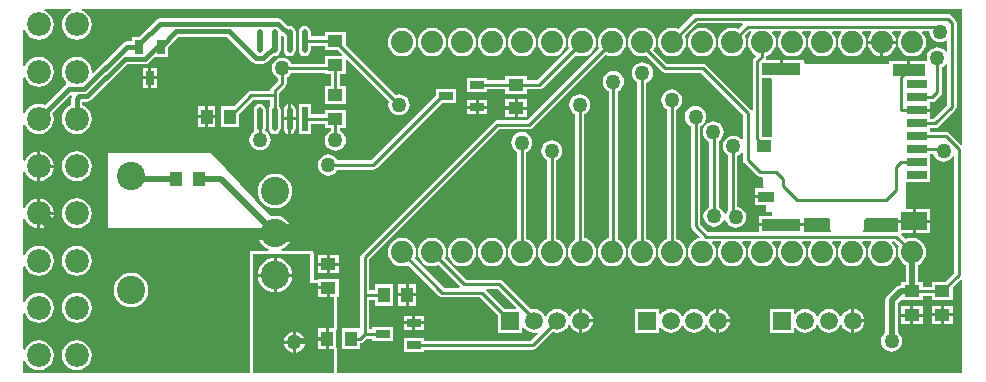
<source format=gbl>
G04*
G04 #@! TF.GenerationSoftware,Altium Limited,Altium Designer,18.1.7 (191)*
G04*
G04 Layer_Physical_Order=2*
G04 Layer_Color=16711680*
%FSLAX25Y25*%
%MOIN*%
G70*
G01*
G75*
%ADD10C,0.01000*%
%ADD31R,0.05118X0.03937*%
%ADD34R,0.02559X0.04724*%
%ADD35R,0.02000X0.08000*%
%ADD36O,0.02000X0.08000*%
%ADD37R,0.03937X0.05118*%
%ADD39C,0.03937*%
%ADD40C,0.02000*%
%ADD41C,0.01500*%
%ADD42C,0.07400*%
%ADD43C,0.07950*%
%ADD44R,0.05906X0.05906*%
%ADD45C,0.05906*%
%ADD46C,0.09449*%
%ADD47C,0.05000*%
%ADD48R,0.04724X0.02559*%
%ADD49R,0.13110X0.03937*%
%ADD50R,0.11024X0.04173*%
%ADD51R,0.08780X0.06063*%
%ADD52R,0.04646X0.04134*%
%ADD53R,0.05630X0.03543*%
%ADD54R,0.06693X0.02756*%
%ADD55C,0.05906*%
G36*
X314173Y-46255D02*
X313673Y-46462D01*
X309732Y-42521D01*
X309236Y-42189D01*
X308651Y-42073D01*
X303323D01*
Y-40801D01*
X305118D01*
X305703Y-40685D01*
X306200Y-40353D01*
X311774Y-34778D01*
X312106Y-34282D01*
X312222Y-33697D01*
Y-5824D01*
X312106Y-5238D01*
X311774Y-4742D01*
X310281Y-3249D01*
X309785Y-2918D01*
X309200Y-2801D01*
X225197D01*
X224612Y-2918D01*
X224115Y-3249D01*
X219391Y-7974D01*
X218550Y-7626D01*
X217323Y-7464D01*
X216096Y-7626D01*
X214953Y-8099D01*
X213971Y-8853D01*
X213217Y-9834D01*
X212744Y-10978D01*
X212582Y-12205D01*
X212744Y-13432D01*
X213217Y-14575D01*
X213971Y-15557D01*
X214953Y-16310D01*
X216096Y-16784D01*
X217323Y-16945D01*
X218550Y-16784D01*
X219693Y-16310D01*
X220675Y-15557D01*
X221428Y-14575D01*
X221902Y-13432D01*
X222063Y-12205D01*
X221902Y-10978D01*
X221554Y-10137D01*
X225830Y-5860D01*
X240797D01*
X241005Y-6360D01*
X239391Y-7974D01*
X238550Y-7626D01*
X237323Y-7464D01*
X236096Y-7626D01*
X234953Y-8099D01*
X233971Y-8853D01*
X233217Y-9834D01*
X232744Y-10978D01*
X232582Y-12205D01*
X232744Y-13432D01*
X233217Y-14575D01*
X233971Y-15557D01*
X234953Y-16310D01*
X236096Y-16784D01*
X237323Y-16945D01*
X238550Y-16784D01*
X239693Y-16310D01*
X240675Y-15557D01*
X241428Y-14575D01*
X241902Y-13432D01*
X242063Y-12205D01*
X241902Y-10978D01*
X241554Y-10137D01*
X243137Y-8553D01*
X243629Y-8600D01*
X243831Y-9034D01*
X243217Y-9834D01*
X242744Y-10978D01*
X242582Y-12205D01*
X242744Y-13432D01*
X243217Y-14575D01*
X243971Y-15557D01*
X244953Y-16310D01*
X245166Y-16399D01*
X245264Y-16889D01*
X244702Y-17451D01*
X244370Y-17947D01*
X244254Y-18532D01*
Y-34821D01*
X243754Y-34973D01*
X243604Y-34749D01*
X228641Y-19785D01*
X228144Y-19453D01*
X227559Y-19337D01*
X215594D01*
X211170Y-14912D01*
X211428Y-14575D01*
X211902Y-13432D01*
X212063Y-12205D01*
X211902Y-10978D01*
X211428Y-9834D01*
X210675Y-8853D01*
X209693Y-8099D01*
X208550Y-7626D01*
X207323Y-7464D01*
X206096Y-7626D01*
X204953Y-8099D01*
X203971Y-8853D01*
X203217Y-9834D01*
X202744Y-10978D01*
X202582Y-12205D01*
X202744Y-13432D01*
X203217Y-14575D01*
X203971Y-15557D01*
X204953Y-16310D01*
X206096Y-16784D01*
X207323Y-16945D01*
X208550Y-16784D01*
X208667Y-16735D01*
X213879Y-21948D01*
X214375Y-22279D01*
X214961Y-22396D01*
X226926D01*
X240993Y-36463D01*
Y-44448D01*
X240493Y-44617D01*
X240292Y-44354D01*
X239560Y-43793D01*
X238709Y-43440D01*
X237795Y-43320D01*
X236882Y-43440D01*
X236030Y-43793D01*
X235299Y-44354D01*
X234738Y-45085D01*
X234385Y-45937D01*
X234265Y-46850D01*
X234385Y-47764D01*
X234738Y-48616D01*
X235299Y-49347D01*
X236024Y-49903D01*
Y-68057D01*
X235525Y-68707D01*
X235269Y-69327D01*
X234821Y-69296D01*
X234751Y-69270D01*
X234407Y-68440D01*
X233846Y-67709D01*
X233115Y-67148D01*
X232879Y-67050D01*
Y-45174D01*
X233599Y-44622D01*
X234160Y-43891D01*
X234512Y-43040D01*
X234633Y-42126D01*
X234512Y-41212D01*
X234160Y-40361D01*
X233599Y-39630D01*
X232868Y-39069D01*
X232016Y-38716D01*
X231102Y-38596D01*
X230189Y-38716D01*
X229337Y-39069D01*
X228606Y-39630D01*
X228045Y-40361D01*
X227693Y-41212D01*
X227572Y-42126D01*
X227693Y-43040D01*
X228045Y-43891D01*
X228606Y-44622D01*
X229337Y-45183D01*
X229820Y-45383D01*
Y-67050D01*
X229585Y-67148D01*
X228854Y-67709D01*
X228293Y-68440D01*
X227940Y-69291D01*
X227820Y-70205D01*
X227940Y-71119D01*
X228293Y-71970D01*
X228854Y-72701D01*
X229585Y-73262D01*
X230436Y-73615D01*
X231350Y-73735D01*
X232263Y-73615D01*
X233115Y-73262D01*
X233846Y-72701D01*
X234407Y-71970D01*
X234664Y-71351D01*
X235111Y-71382D01*
X235181Y-71407D01*
X235525Y-72237D01*
X236087Y-72969D01*
X236818Y-73530D01*
X237669Y-73882D01*
X238583Y-74003D01*
X239496Y-73882D01*
X240348Y-73530D01*
X241079Y-72969D01*
X241640Y-72237D01*
X241993Y-71386D01*
X242113Y-70472D01*
X241993Y-69559D01*
X241640Y-68707D01*
X241079Y-67976D01*
X240348Y-67415D01*
X239496Y-67062D01*
X239083Y-67008D01*
Y-50105D01*
X239560Y-49908D01*
X240292Y-49347D01*
X240493Y-49083D01*
X240993Y-49253D01*
Y-51396D01*
X241110Y-51982D01*
X241441Y-52478D01*
X245581Y-56617D01*
X246077Y-56949D01*
X246662Y-57065D01*
X247470D01*
X247794Y-57565D01*
X247760Y-57736D01*
Y-59902D01*
X247838Y-60292D01*
X247890Y-60370D01*
X247623Y-60870D01*
X244905D01*
Y-63142D01*
X248721D01*
Y-64142D01*
X244905D01*
Y-66413D01*
X248366D01*
X248547Y-66634D01*
Y-67835D01*
X248625Y-68225D01*
X248846Y-68556D01*
X249177Y-68777D01*
X249567Y-68854D01*
X250752D01*
Y-70161D01*
X246284D01*
Y-72630D01*
X253839D01*
X261394D01*
Y-70866D01*
X269594D01*
X270004Y-71358D01*
Y-74114D01*
X270082Y-74504D01*
X270303Y-74835D01*
X270513Y-74975D01*
X270373Y-75475D01*
X261394D01*
Y-73630D01*
X253839D01*
X246284D01*
Y-75475D01*
X229470D01*
X226726Y-72731D01*
Y-40163D01*
X226962Y-40065D01*
X227693Y-39504D01*
X228254Y-38773D01*
X228607Y-37922D01*
X228727Y-37008D01*
X228607Y-36094D01*
X228254Y-35243D01*
X227693Y-34512D01*
X226962Y-33951D01*
X226111Y-33598D01*
X225197Y-33478D01*
X224283Y-33598D01*
X223432Y-33951D01*
X222701Y-34512D01*
X222140Y-35243D01*
X221787Y-36094D01*
X221667Y-37008D01*
X221787Y-37922D01*
X222140Y-38773D01*
X222701Y-39504D01*
X223432Y-40065D01*
X223668Y-40163D01*
Y-73365D01*
X223784Y-73950D01*
X224115Y-74446D01*
X226756Y-77087D01*
X226595Y-77560D01*
X226096Y-77626D01*
X224953Y-78099D01*
X223971Y-78853D01*
X223217Y-79834D01*
X222744Y-80978D01*
X222582Y-82205D01*
X222744Y-83432D01*
X223217Y-84575D01*
X223971Y-85557D01*
X224953Y-86310D01*
X226096Y-86784D01*
X227323Y-86945D01*
X228550Y-86784D01*
X229693Y-86310D01*
X230675Y-85557D01*
X231428Y-84575D01*
X231902Y-83432D01*
X232063Y-82205D01*
X231902Y-80978D01*
X231428Y-79834D01*
X230814Y-79034D01*
X231047Y-78534D01*
X233599D01*
X233832Y-79034D01*
X233217Y-79834D01*
X232744Y-80978D01*
X232582Y-82205D01*
X232744Y-83432D01*
X233217Y-84575D01*
X233971Y-85557D01*
X234953Y-86310D01*
X236096Y-86784D01*
X237323Y-86945D01*
X238550Y-86784D01*
X239693Y-86310D01*
X240675Y-85557D01*
X241428Y-84575D01*
X241902Y-83432D01*
X242063Y-82205D01*
X241902Y-80978D01*
X241428Y-79834D01*
X240814Y-79034D01*
X241047Y-78534D01*
X243599D01*
X243831Y-79034D01*
X243217Y-79834D01*
X242744Y-80978D01*
X242582Y-82205D01*
X242744Y-83432D01*
X243217Y-84575D01*
X243971Y-85557D01*
X244953Y-86310D01*
X246096Y-86784D01*
X247323Y-86945D01*
X248550Y-86784D01*
X249693Y-86310D01*
X250675Y-85557D01*
X251428Y-84575D01*
X251902Y-83432D01*
X252063Y-82205D01*
X251902Y-80978D01*
X251428Y-79834D01*
X250814Y-79034D01*
X251047Y-78534D01*
X253599D01*
X253832Y-79034D01*
X253217Y-79834D01*
X252744Y-80978D01*
X252582Y-82205D01*
X252744Y-83432D01*
X253217Y-84575D01*
X253971Y-85557D01*
X254953Y-86310D01*
X256096Y-86784D01*
X257323Y-86945D01*
X258550Y-86784D01*
X259693Y-86310D01*
X260675Y-85557D01*
X261428Y-84575D01*
X261902Y-83432D01*
X262063Y-82205D01*
X261902Y-80978D01*
X261428Y-79834D01*
X260814Y-79034D01*
X261047Y-78534D01*
X263599D01*
X263831Y-79034D01*
X263217Y-79834D01*
X262744Y-80978D01*
X262582Y-82205D01*
X262744Y-83432D01*
X263217Y-84575D01*
X263971Y-85557D01*
X264953Y-86310D01*
X266096Y-86784D01*
X267323Y-86945D01*
X268550Y-86784D01*
X269693Y-86310D01*
X270675Y-85557D01*
X271428Y-84575D01*
X271902Y-83432D01*
X272063Y-82205D01*
X271902Y-80978D01*
X271428Y-79834D01*
X270814Y-79034D01*
X271047Y-78534D01*
X273599D01*
X273832Y-79034D01*
X273217Y-79834D01*
X272744Y-80978D01*
X272582Y-82205D01*
X272744Y-83432D01*
X273217Y-84575D01*
X273971Y-85557D01*
X274953Y-86310D01*
X276096Y-86784D01*
X277323Y-86945D01*
X278550Y-86784D01*
X279693Y-86310D01*
X280675Y-85557D01*
X281428Y-84575D01*
X281902Y-83432D01*
X282063Y-82205D01*
X281902Y-80978D01*
X281428Y-79834D01*
X280814Y-79034D01*
X281047Y-78534D01*
X283599D01*
X283832Y-79034D01*
X283217Y-79834D01*
X282744Y-80978D01*
X282582Y-82205D01*
X282744Y-83432D01*
X283217Y-84575D01*
X283971Y-85557D01*
X284953Y-86310D01*
X286096Y-86784D01*
X287323Y-86945D01*
X288550Y-86784D01*
X289693Y-86310D01*
X290675Y-85557D01*
X291428Y-84575D01*
X291902Y-83432D01*
X292063Y-82205D01*
X291902Y-80978D01*
X291428Y-79834D01*
X290814Y-79034D01*
X291017Y-78600D01*
X291509Y-78553D01*
X293092Y-80137D01*
X292744Y-80978D01*
X292582Y-82205D01*
X292744Y-83432D01*
X293217Y-84575D01*
X293971Y-85557D01*
X294953Y-86310D01*
X295284Y-86447D01*
Y-92307D01*
X293764D01*
Y-93236D01*
X293544D01*
X292763Y-93392D01*
X292102Y-93834D01*
X289109Y-96826D01*
X288667Y-97487D01*
X288512Y-98268D01*
Y-108964D01*
X288055Y-109315D01*
X287494Y-110046D01*
X287141Y-110897D01*
X287021Y-111811D01*
X287141Y-112725D01*
X287494Y-113576D01*
X288055Y-114307D01*
X288786Y-114868D01*
X289637Y-115221D01*
X290551Y-115341D01*
X291465Y-115221D01*
X292316Y-114868D01*
X293047Y-114307D01*
X293608Y-113576D01*
X293961Y-112725D01*
X294081Y-111811D01*
X293961Y-110897D01*
X293608Y-110046D01*
X293047Y-109315D01*
X292590Y-108964D01*
Y-99112D01*
X293307Y-98395D01*
X293764Y-98244D01*
Y-98244D01*
X293764Y-98244D01*
X300882D01*
Y-96805D01*
X303921D01*
Y-98144D01*
X311039D01*
Y-93879D01*
X313673Y-91246D01*
X314173Y-91453D01*
Y-122441D01*
X105744D01*
X105744Y-122441D01*
Y-114583D01*
X105666Y-114192D01*
X105445Y-113862D01*
X105331Y-113785D01*
Y-108262D01*
X105445Y-108186D01*
X105666Y-107855D01*
X105744Y-107465D01*
Y-97063D01*
X106315D01*
Y-91126D01*
X99197D01*
Y-91500D01*
X97870D01*
Y-82677D01*
X97792Y-82287D01*
X97571Y-81956D01*
X97241Y-81735D01*
X96850Y-81658D01*
X87227D01*
X87128Y-81158D01*
X87926Y-80827D01*
X89122Y-79909D01*
X90040Y-78714D01*
X90616Y-77321D01*
X90747Y-76327D01*
X85039D01*
X79331D01*
X79462Y-77321D01*
X80039Y-78714D01*
X80957Y-79909D01*
X82152Y-80827D01*
X82951Y-81158D01*
X82851Y-81658D01*
X77559D01*
X77169Y-81735D01*
X76838Y-81956D01*
X76617Y-82287D01*
X76539Y-82677D01*
Y-122441D01*
X76539Y-122441D01*
X1181D01*
Y-118485D01*
X1681Y-118385D01*
X1954Y-119044D01*
X2751Y-120083D01*
X3791Y-120881D01*
X5001Y-121382D01*
X6300Y-121553D01*
X7598Y-121382D01*
X8809Y-120881D01*
X9848Y-120083D01*
X10645Y-119044D01*
X11147Y-117834D01*
X11318Y-116535D01*
X11147Y-115237D01*
X10645Y-114026D01*
X9848Y-112987D01*
X8809Y-112190D01*
X7598Y-111688D01*
X6300Y-111517D01*
X5001Y-111688D01*
X3791Y-112190D01*
X2751Y-112987D01*
X1954Y-114026D01*
X1681Y-114685D01*
X1181Y-114586D01*
Y-102737D01*
X1681Y-102637D01*
X1954Y-103296D01*
X2751Y-104335D01*
X3791Y-105133D01*
X5001Y-105634D01*
X6300Y-105805D01*
X7598Y-105634D01*
X8809Y-105133D01*
X9848Y-104335D01*
X10645Y-103296D01*
X11147Y-102086D01*
X11318Y-100787D01*
X11147Y-99489D01*
X10645Y-98278D01*
X9848Y-97239D01*
X8809Y-96442D01*
X7598Y-95940D01*
X6300Y-95769D01*
X5001Y-95940D01*
X3791Y-96442D01*
X2751Y-97239D01*
X1954Y-98278D01*
X1681Y-98937D01*
X1181Y-98838D01*
Y-86989D01*
X1681Y-86889D01*
X1954Y-87548D01*
X2751Y-88587D01*
X3791Y-89385D01*
X5001Y-89886D01*
X6300Y-90057D01*
X7598Y-89886D01*
X8809Y-89385D01*
X9848Y-88587D01*
X10645Y-87548D01*
X11147Y-86338D01*
X11318Y-85039D01*
X11147Y-83741D01*
X10645Y-82530D01*
X9848Y-81491D01*
X8809Y-80694D01*
X7598Y-80192D01*
X6300Y-80021D01*
X5001Y-80192D01*
X3791Y-80694D01*
X2751Y-81491D01*
X1954Y-82530D01*
X1681Y-83189D01*
X1181Y-83090D01*
Y-71241D01*
X1681Y-71141D01*
X1954Y-71800D01*
X2751Y-72839D01*
X3791Y-73637D01*
X5001Y-74138D01*
X5800Y-74243D01*
Y-69291D01*
Y-64339D01*
X5001Y-64444D01*
X3791Y-64946D01*
X2751Y-65743D01*
X1954Y-66782D01*
X1681Y-67441D01*
X1181Y-67342D01*
Y-55493D01*
X1681Y-55393D01*
X1954Y-56052D01*
X2751Y-57091D01*
X3791Y-57889D01*
X5001Y-58390D01*
X5800Y-58495D01*
Y-53543D01*
Y-48591D01*
X5001Y-48696D01*
X3791Y-49198D01*
X2751Y-49995D01*
X1954Y-51034D01*
X1681Y-51693D01*
X1181Y-51594D01*
Y-39745D01*
X1681Y-39645D01*
X1954Y-40304D01*
X2751Y-41344D01*
X3791Y-42141D01*
X5001Y-42642D01*
X6300Y-42813D01*
X7598Y-42642D01*
X8809Y-42141D01*
X9848Y-41344D01*
X10645Y-40304D01*
X11147Y-39094D01*
X11318Y-37795D01*
X11147Y-36497D01*
X10847Y-35772D01*
X16812Y-29806D01*
X17041Y-29842D01*
X17280Y-30384D01*
X17249Y-30430D01*
X17113Y-31113D01*
Y-33149D01*
X16389Y-33450D01*
X15349Y-34247D01*
X14552Y-35286D01*
X14051Y-36497D01*
X13880Y-37795D01*
X14051Y-39094D01*
X14552Y-40304D01*
X15349Y-41344D01*
X16389Y-42141D01*
X17599Y-42642D01*
X18898Y-42813D01*
X20196Y-42642D01*
X21407Y-42141D01*
X22446Y-41344D01*
X23243Y-40304D01*
X23745Y-39094D01*
X23916Y-37795D01*
X23745Y-36497D01*
X23243Y-35286D01*
X22446Y-34247D01*
X21407Y-33450D01*
X20682Y-33149D01*
Y-32057D01*
X22476D01*
X23159Y-31921D01*
X23738Y-31534D01*
X35702Y-19570D01*
X41571D01*
X42254Y-19434D01*
X42833Y-19047D01*
X44845Y-17035D01*
X49327D01*
Y-13917D01*
X52907Y-10337D01*
X69023D01*
X77501Y-18815D01*
X78080Y-19202D01*
X78763Y-19337D01*
X81041D01*
X81723Y-19202D01*
X82302Y-18815D01*
X84379Y-16738D01*
X84901Y-16842D01*
X85682Y-16687D01*
X86343Y-16245D01*
X86786Y-15584D01*
X86941Y-14803D01*
Y-10130D01*
X87403Y-9939D01*
X87862Y-10398D01*
Y-14803D01*
X88018Y-15584D01*
X88460Y-16245D01*
X89121Y-16687D01*
X89902Y-16842D01*
X90682Y-16687D01*
X91343Y-16245D01*
X91786Y-15584D01*
X91941Y-14803D01*
Y-8803D01*
X91786Y-8023D01*
X91343Y-7361D01*
X90682Y-6919D01*
X89902Y-6764D01*
X89379Y-6868D01*
X87302Y-4791D01*
X86723Y-4405D01*
X86041Y-4269D01*
X46681D01*
X46681Y-4269D01*
X45998Y-4405D01*
X45419Y-4791D01*
X45419Y-4792D01*
X39900Y-10311D01*
X37287D01*
Y-11889D01*
X35539D01*
X35539Y-11889D01*
X34857Y-12025D01*
X34278Y-12412D01*
X34278Y-12412D01*
X24355Y-22334D01*
X23907Y-22113D01*
X23916Y-22047D01*
X23745Y-20749D01*
X23243Y-19538D01*
X22446Y-18499D01*
X21407Y-17702D01*
X20196Y-17200D01*
X18898Y-17029D01*
X17599Y-17200D01*
X16389Y-17702D01*
X15349Y-18499D01*
X14552Y-19538D01*
X14051Y-20749D01*
X13880Y-22047D01*
X14051Y-23346D01*
X14552Y-24556D01*
X15349Y-25596D01*
X15469Y-25687D01*
X15414Y-26275D01*
X15061Y-26511D01*
X15061Y-26511D01*
X8323Y-33248D01*
X7598Y-32948D01*
X6300Y-32777D01*
X5001Y-32948D01*
X3791Y-33450D01*
X2751Y-34247D01*
X1954Y-35286D01*
X1681Y-35945D01*
X1181Y-35846D01*
Y-23997D01*
X1681Y-23897D01*
X1954Y-24556D01*
X2751Y-25596D01*
X3791Y-26393D01*
X5001Y-26894D01*
X6300Y-27065D01*
X7598Y-26894D01*
X8809Y-26393D01*
X9848Y-25596D01*
X10645Y-24556D01*
X11147Y-23346D01*
X11318Y-22047D01*
X11147Y-20749D01*
X10645Y-19538D01*
X9848Y-18499D01*
X8809Y-17702D01*
X7598Y-17200D01*
X6300Y-17029D01*
X5001Y-17200D01*
X3791Y-17702D01*
X2751Y-18499D01*
X1954Y-19538D01*
X1681Y-20197D01*
X1181Y-20098D01*
Y-8249D01*
X1681Y-8149D01*
X1954Y-8808D01*
X2751Y-9848D01*
X3791Y-10645D01*
X5001Y-11146D01*
X6300Y-11317D01*
X7598Y-11146D01*
X8809Y-10645D01*
X9848Y-9848D01*
X10645Y-8808D01*
X11147Y-7598D01*
X11318Y-6299D01*
X11147Y-5001D01*
X10645Y-3790D01*
X9848Y-2751D01*
X8809Y-1954D01*
X8151Y-1681D01*
X8250Y-1181D01*
X16947D01*
X17047Y-1681D01*
X16389Y-1954D01*
X15349Y-2751D01*
X14552Y-3790D01*
X14051Y-5001D01*
X13880Y-6299D01*
X14051Y-7598D01*
X14552Y-8808D01*
X15349Y-9848D01*
X16389Y-10645D01*
X17599Y-11146D01*
X18898Y-11317D01*
X20196Y-11146D01*
X21407Y-10645D01*
X22446Y-9848D01*
X23243Y-8808D01*
X23745Y-7598D01*
X23916Y-6299D01*
X23745Y-5001D01*
X23243Y-3790D01*
X22446Y-2751D01*
X21407Y-1954D01*
X20749Y-1681D01*
X20848Y-1181D01*
X314173D01*
Y-46255D01*
D02*
G37*
G36*
X303163Y-8662D02*
X303283Y-9575D01*
X303636Y-10427D01*
X304197Y-11158D01*
X304928Y-11719D01*
X305779Y-12071D01*
X306693Y-12192D01*
X307607Y-12071D01*
X308458Y-11719D01*
X308715Y-11522D01*
X309163Y-11743D01*
Y-15187D01*
X308664Y-15356D01*
X308320Y-14909D01*
X307589Y-14347D01*
X306737Y-13995D01*
X305824Y-13874D01*
X304910Y-13995D01*
X304059Y-14347D01*
X303327Y-14909D01*
X302766Y-15640D01*
X302414Y-16491D01*
X302293Y-17405D01*
X302378Y-18047D01*
X302012Y-18547D01*
X296721D01*
Y-21634D01*
X295721D01*
Y-18547D01*
X289709D01*
Y-19166D01*
X289528Y-19315D01*
X261968Y-19315D01*
X261894Y-19330D01*
X261394Y-18960D01*
Y-18154D01*
X254339D01*
Y-21122D01*
X253339D01*
Y-18154D01*
X248953D01*
X248685Y-17653D01*
X248736Y-17578D01*
X248852Y-16993D01*
Y-16658D01*
X249693Y-16310D01*
X250675Y-15557D01*
X251428Y-14575D01*
X251902Y-13432D01*
X252063Y-12205D01*
X251902Y-10978D01*
X251428Y-9834D01*
X250814Y-9034D01*
X251047Y-8534D01*
X253599D01*
X253832Y-9034D01*
X253217Y-9834D01*
X252744Y-10978D01*
X252582Y-12205D01*
X252744Y-13432D01*
X253217Y-14575D01*
X253971Y-15557D01*
X254953Y-16310D01*
X256096Y-16784D01*
X257323Y-16945D01*
X258550Y-16784D01*
X259693Y-16310D01*
X260675Y-15557D01*
X261428Y-14575D01*
X261902Y-13432D01*
X262063Y-12205D01*
X261902Y-10978D01*
X261428Y-9834D01*
X260814Y-9034D01*
X261047Y-8534D01*
X263599D01*
X263831Y-9034D01*
X263217Y-9834D01*
X262744Y-10978D01*
X262582Y-12205D01*
X262744Y-13432D01*
X263217Y-14575D01*
X263971Y-15557D01*
X264953Y-16310D01*
X266096Y-16784D01*
X267323Y-16945D01*
X268550Y-16784D01*
X269693Y-16310D01*
X270675Y-15557D01*
X271428Y-14575D01*
X271902Y-13432D01*
X272063Y-12205D01*
X271902Y-10978D01*
X271428Y-9834D01*
X270814Y-9034D01*
X271047Y-8534D01*
X273599D01*
X273832Y-9034D01*
X273217Y-9834D01*
X272744Y-10978D01*
X272582Y-12205D01*
X272744Y-13432D01*
X273217Y-14575D01*
X273971Y-15557D01*
X274953Y-16310D01*
X276096Y-16784D01*
X277323Y-16945D01*
X278550Y-16784D01*
X279693Y-16310D01*
X280675Y-15557D01*
X281428Y-14575D01*
X281902Y-13432D01*
X282063Y-12205D01*
X281902Y-10978D01*
X281428Y-9834D01*
X280814Y-9034D01*
X281047Y-8534D01*
X283599D01*
X283832Y-9034D01*
X283217Y-9834D01*
X282744Y-10978D01*
X282648Y-11705D01*
X287323D01*
X291998D01*
X291902Y-10978D01*
X291428Y-9834D01*
X290814Y-9034D01*
X291047Y-8534D01*
X293599D01*
X293831Y-9034D01*
X293217Y-9834D01*
X292744Y-10978D01*
X292582Y-12205D01*
X292744Y-13432D01*
X293217Y-14575D01*
X293971Y-15557D01*
X294953Y-16310D01*
X296096Y-16784D01*
X297323Y-16945D01*
X298550Y-16784D01*
X299693Y-16310D01*
X300675Y-15557D01*
X301428Y-14575D01*
X301902Y-13432D01*
X302063Y-12205D01*
X301902Y-10978D01*
X301428Y-9834D01*
X300814Y-9034D01*
X301047Y-8534D01*
X303051D01*
X303163Y-8662D01*
D02*
G37*
G36*
X309163Y-19623D02*
Y-33063D01*
X304485Y-37742D01*
X303323D01*
Y-35441D01*
X298976D01*
Y-34441D01*
X303323D01*
Y-32140D01*
X303937D01*
X304522Y-32023D01*
X305018Y-31692D01*
X306905Y-29805D01*
X307237Y-29309D01*
X307353Y-28724D01*
Y-20560D01*
X307589Y-20462D01*
X308320Y-19901D01*
X308664Y-19453D01*
X309163Y-19623D01*
D02*
G37*
G36*
X250713Y-24508D02*
X250713Y-43783D01*
X247313D01*
Y-24091D01*
X250344D01*
X250713Y-24508D01*
D02*
G37*
G36*
X304817Y-50247D02*
X305378Y-50978D01*
X306109Y-51539D01*
X306960Y-51892D01*
X307874Y-52012D01*
X308788Y-51892D01*
X309639Y-51539D01*
X310370Y-50978D01*
X310931Y-50247D01*
X310963Y-50171D01*
X311463Y-50271D01*
Y-89131D01*
X308386Y-92207D01*
X303921D01*
Y-93746D01*
X300882D01*
Y-92307D01*
X299362D01*
Y-86447D01*
X299693Y-86310D01*
X300675Y-85557D01*
X301428Y-84575D01*
X301902Y-83432D01*
X302063Y-82205D01*
X301902Y-80978D01*
X301428Y-79834D01*
X300675Y-78853D01*
X299693Y-78099D01*
X298550Y-77626D01*
X297323Y-77464D01*
X296096Y-77626D01*
X295255Y-77974D01*
X293683Y-76402D01*
X293890Y-75902D01*
X297630D01*
Y-72370D01*
X292740D01*
Y-75088D01*
X292240Y-75499D01*
X292123Y-75475D01*
X281123D01*
X280984Y-74975D01*
X281193Y-74835D01*
X281414Y-74504D01*
X281492Y-74114D01*
Y-71358D01*
X281902Y-70866D01*
X292740D01*
Y-71370D01*
X297630D01*
Y-67839D01*
X295630D01*
X295276Y-67485D01*
X295278Y-58972D01*
X303323D01*
Y-54642D01*
Y-49463D01*
X304492D01*
X304817Y-50247D01*
D02*
G37*
G36*
X96850Y-92520D02*
X99197D01*
Y-93594D01*
X102756D01*
Y-94095D01*
X103256D01*
Y-97063D01*
X104724D01*
Y-107465D01*
X102862D01*
Y-111024D01*
Y-114583D01*
X104724D01*
Y-122441D01*
X77559D01*
Y-82677D01*
X96850D01*
Y-92520D01*
D02*
G37*
%LPC*%
G36*
X227323Y-7464D02*
X226096Y-7626D01*
X224953Y-8099D01*
X223971Y-8853D01*
X223217Y-9834D01*
X222744Y-10978D01*
X222582Y-12205D01*
X222744Y-13432D01*
X223217Y-14575D01*
X223971Y-15557D01*
X224953Y-16310D01*
X226096Y-16784D01*
X227323Y-16945D01*
X228550Y-16784D01*
X229693Y-16310D01*
X230675Y-15557D01*
X231428Y-14575D01*
X231902Y-13432D01*
X232063Y-12205D01*
X231902Y-10978D01*
X231428Y-9834D01*
X230675Y-8853D01*
X229693Y-8099D01*
X228550Y-7626D01*
X227323Y-7464D01*
D02*
G37*
G36*
X197323D02*
X196096Y-7626D01*
X194952Y-8099D01*
X193971Y-8853D01*
X193217Y-9834D01*
X192744Y-10978D01*
X192582Y-12205D01*
X192744Y-13432D01*
X193092Y-14273D01*
X169130Y-38234D01*
X159055D01*
X158470Y-38351D01*
X157974Y-38682D01*
X113879Y-82777D01*
X113548Y-83273D01*
X113431Y-83858D01*
Y-96457D01*
Y-107058D01*
X113205Y-107465D01*
X107268D01*
Y-114583D01*
X113205D01*
Y-112553D01*
X113386D01*
X113971Y-112437D01*
X114467Y-112105D01*
X115594Y-110978D01*
X117504D01*
Y-111728D01*
X124228D01*
Y-107169D01*
X117504D01*
Y-107919D01*
X116490D01*
Y-97986D01*
X118291D01*
Y-100016D01*
X124228D01*
Y-92898D01*
X118291D01*
Y-94927D01*
X116490D01*
Y-84492D01*
X159689Y-41293D01*
X169764D01*
X170349Y-41177D01*
X170845Y-40845D01*
X195255Y-16435D01*
X196096Y-16784D01*
X197323Y-16945D01*
X198550Y-16784D01*
X199693Y-16310D01*
X200675Y-15557D01*
X201428Y-14575D01*
X201902Y-13432D01*
X202063Y-12205D01*
X201902Y-10978D01*
X201428Y-9834D01*
X200675Y-8853D01*
X199693Y-8099D01*
X198550Y-7626D01*
X197323Y-7464D01*
D02*
G37*
G36*
X187323D02*
X186096Y-7626D01*
X184952Y-8099D01*
X183971Y-8853D01*
X183217Y-9834D01*
X182744Y-10978D01*
X182582Y-12205D01*
X182744Y-13432D01*
X183092Y-14273D01*
X172516Y-24849D01*
X168913D01*
Y-23410D01*
X161795D01*
Y-24833D01*
X155831D01*
Y-24083D01*
X149106D01*
Y-28642D01*
X155831D01*
Y-27891D01*
X161795D01*
Y-29346D01*
X168913D01*
Y-27907D01*
X173150D01*
X173735Y-27791D01*
X174231Y-27459D01*
X185255Y-16435D01*
X186096Y-16784D01*
X187323Y-16945D01*
X188550Y-16784D01*
X189693Y-16310D01*
X190675Y-15557D01*
X191428Y-14575D01*
X191902Y-13432D01*
X192063Y-12205D01*
X191902Y-10978D01*
X191428Y-9834D01*
X190675Y-8853D01*
X189693Y-8099D01*
X188550Y-7626D01*
X187323Y-7464D01*
D02*
G37*
G36*
X177323D02*
X176096Y-7626D01*
X174952Y-8099D01*
X173971Y-8853D01*
X173217Y-9834D01*
X172744Y-10978D01*
X172582Y-12205D01*
X172744Y-13432D01*
X173217Y-14575D01*
X173971Y-15557D01*
X174952Y-16310D01*
X176096Y-16784D01*
X177323Y-16945D01*
X178550Y-16784D01*
X179693Y-16310D01*
X180675Y-15557D01*
X181428Y-14575D01*
X181902Y-13432D01*
X182063Y-12205D01*
X181902Y-10978D01*
X181428Y-9834D01*
X180675Y-8853D01*
X179693Y-8099D01*
X178550Y-7626D01*
X177323Y-7464D01*
D02*
G37*
G36*
X167323D02*
X166096Y-7626D01*
X164953Y-8099D01*
X163971Y-8853D01*
X163217Y-9834D01*
X162744Y-10978D01*
X162582Y-12205D01*
X162744Y-13432D01*
X163217Y-14575D01*
X163971Y-15557D01*
X164953Y-16310D01*
X166096Y-16784D01*
X167323Y-16945D01*
X168550Y-16784D01*
X169693Y-16310D01*
X170675Y-15557D01*
X171428Y-14575D01*
X171902Y-13432D01*
X172063Y-12205D01*
X171902Y-10978D01*
X171428Y-9834D01*
X170675Y-8853D01*
X169693Y-8099D01*
X168550Y-7626D01*
X167323Y-7464D01*
D02*
G37*
G36*
X157323D02*
X156096Y-7626D01*
X154953Y-8099D01*
X153971Y-8853D01*
X153217Y-9834D01*
X152744Y-10978D01*
X152582Y-12205D01*
X152744Y-13432D01*
X153217Y-14575D01*
X153971Y-15557D01*
X154953Y-16310D01*
X156096Y-16784D01*
X157323Y-16945D01*
X158550Y-16784D01*
X159693Y-16310D01*
X160675Y-15557D01*
X161428Y-14575D01*
X161902Y-13432D01*
X162063Y-12205D01*
X161902Y-10978D01*
X161428Y-9834D01*
X160675Y-8853D01*
X159693Y-8099D01*
X158550Y-7626D01*
X157323Y-7464D01*
D02*
G37*
G36*
X147323D02*
X146096Y-7626D01*
X144952Y-8099D01*
X143971Y-8853D01*
X143217Y-9834D01*
X142744Y-10978D01*
X142582Y-12205D01*
X142744Y-13432D01*
X143217Y-14575D01*
X143971Y-15557D01*
X144952Y-16310D01*
X146096Y-16784D01*
X147323Y-16945D01*
X148550Y-16784D01*
X149693Y-16310D01*
X150675Y-15557D01*
X151428Y-14575D01*
X151902Y-13432D01*
X152063Y-12205D01*
X151902Y-10978D01*
X151428Y-9834D01*
X150675Y-8853D01*
X149693Y-8099D01*
X148550Y-7626D01*
X147323Y-7464D01*
D02*
G37*
G36*
X137323D02*
X136096Y-7626D01*
X134952Y-8099D01*
X133971Y-8853D01*
X133217Y-9834D01*
X132744Y-10978D01*
X132582Y-12205D01*
X132744Y-13432D01*
X133217Y-14575D01*
X133971Y-15557D01*
X134952Y-16310D01*
X136096Y-16784D01*
X137323Y-16945D01*
X138550Y-16784D01*
X139693Y-16310D01*
X140675Y-15557D01*
X141428Y-14575D01*
X141902Y-13432D01*
X142063Y-12205D01*
X141902Y-10978D01*
X141428Y-9834D01*
X140675Y-8853D01*
X139693Y-8099D01*
X138550Y-7626D01*
X137323Y-7464D01*
D02*
G37*
G36*
X127323D02*
X126096Y-7626D01*
X124952Y-8099D01*
X123971Y-8853D01*
X123217Y-9834D01*
X122744Y-10978D01*
X122582Y-12205D01*
X122744Y-13432D01*
X123217Y-14575D01*
X123971Y-15557D01*
X124952Y-16310D01*
X126096Y-16784D01*
X127323Y-16945D01*
X128550Y-16784D01*
X129693Y-16310D01*
X130675Y-15557D01*
X131428Y-14575D01*
X131902Y-13432D01*
X132063Y-12205D01*
X131902Y-10978D01*
X131428Y-9834D01*
X130675Y-8853D01*
X129693Y-8099D01*
X128550Y-7626D01*
X127323Y-7464D01*
D02*
G37*
G36*
X94902Y-6764D02*
X94121Y-6919D01*
X93460Y-7361D01*
X93018Y-8023D01*
X92862Y-8803D01*
Y-14803D01*
X93018Y-15584D01*
X93460Y-16245D01*
X94121Y-16687D01*
X94902Y-16842D01*
X95682Y-16687D01*
X96343Y-16245D01*
X96785Y-15584D01*
X96941Y-14803D01*
Y-13332D01*
X101559D01*
Y-14780D01*
X105924D01*
X107399Y-16255D01*
X107207Y-16716D01*
X101559D01*
Y-19337D01*
X90556D01*
X90459Y-19101D01*
X89898Y-18370D01*
X89167Y-17809D01*
X88315Y-17456D01*
X87402Y-17336D01*
X86488Y-17456D01*
X85637Y-17809D01*
X84905Y-18370D01*
X84344Y-19101D01*
X83992Y-19952D01*
X83871Y-20866D01*
X83992Y-21780D01*
X84344Y-22631D01*
X84905Y-23362D01*
X85637Y-23923D01*
X85872Y-24021D01*
Y-25269D01*
X83820Y-27321D01*
X83489Y-27817D01*
X83374Y-28392D01*
X77166D01*
X76580Y-28508D01*
X76084Y-28840D01*
X71475Y-33449D01*
X67110D01*
Y-40567D01*
X73047D01*
Y-36202D01*
X77799Y-31451D01*
X83372D01*
Y-33492D01*
X83018Y-34023D01*
X82862Y-34803D01*
Y-40803D01*
X83018Y-41583D01*
X83460Y-42245D01*
X84121Y-42687D01*
X84901Y-42842D01*
X85682Y-42687D01*
X86343Y-42245D01*
X86786Y-41583D01*
X86941Y-40803D01*
Y-34803D01*
X86786Y-34023D01*
X86431Y-33492D01*
Y-29036D01*
X88483Y-26984D01*
X88815Y-26487D01*
X88931Y-25902D01*
Y-24021D01*
X89167Y-23923D01*
X89898Y-23362D01*
X90459Y-22631D01*
X90556Y-22396D01*
X101559D01*
Y-22654D01*
X103589D01*
Y-26953D01*
X101559D01*
Y-32890D01*
X108677D01*
Y-26953D01*
X106647D01*
Y-22654D01*
X108677D01*
Y-18186D01*
X109139Y-17995D01*
X123066Y-31922D01*
X122968Y-32157D01*
X122848Y-33071D01*
X122968Y-33985D01*
X123321Y-34836D01*
X123882Y-35567D01*
X124613Y-36128D01*
X125464Y-36481D01*
X126378Y-36601D01*
X127292Y-36481D01*
X128143Y-36128D01*
X128874Y-35567D01*
X129435Y-34836D01*
X129788Y-33985D01*
X129908Y-33071D01*
X129788Y-32157D01*
X129435Y-31306D01*
X128874Y-30575D01*
X128143Y-30014D01*
X127292Y-29661D01*
X126378Y-29541D01*
X125464Y-29661D01*
X125229Y-29759D01*
X108677Y-13207D01*
Y-8843D01*
X101559D01*
Y-10274D01*
X96941D01*
Y-8803D01*
X96785Y-8023D01*
X96343Y-7361D01*
X95682Y-6919D01*
X94902Y-6764D01*
D02*
G37*
G36*
X45587Y-20760D02*
X43807D01*
Y-23622D01*
X45587D01*
Y-20760D01*
D02*
G37*
G36*
X42807D02*
X41028D01*
Y-23622D01*
X42807D01*
Y-20760D01*
D02*
G37*
G36*
X45587Y-24622D02*
X43807D01*
Y-27484D01*
X45587D01*
Y-24622D01*
D02*
G37*
G36*
X42807D02*
X41028D01*
Y-27484D01*
X42807D01*
Y-24622D01*
D02*
G37*
G36*
X155831Y-31563D02*
X152969D01*
Y-33342D01*
X155831D01*
Y-31563D01*
D02*
G37*
G36*
X151969D02*
X149106D01*
Y-33342D01*
X151969D01*
Y-31563D01*
D02*
G37*
G36*
X168913Y-31284D02*
X165854D01*
Y-33752D01*
X168913D01*
Y-31284D01*
D02*
G37*
G36*
X164854D02*
X161795D01*
Y-33752D01*
X164854D01*
Y-31284D01*
D02*
G37*
G36*
X155831Y-34343D02*
X152969D01*
Y-36122D01*
X155831D01*
Y-34343D01*
D02*
G37*
G36*
X151969D02*
X149106D01*
Y-36122D01*
X151969D01*
Y-34343D01*
D02*
G37*
G36*
X65173Y-33449D02*
X62705D01*
Y-36508D01*
X65173D01*
Y-33449D01*
D02*
G37*
G36*
X61705D02*
X59236D01*
Y-36508D01*
X61705D01*
Y-33449D01*
D02*
G37*
G36*
X168913Y-34752D02*
X165854D01*
Y-37220D01*
X168913D01*
Y-34752D01*
D02*
G37*
G36*
X164854D02*
X161795D01*
Y-37220D01*
X164854D01*
Y-34752D01*
D02*
G37*
G36*
X90402Y-32863D02*
Y-37303D01*
X91941D01*
Y-34803D01*
X91786Y-34023D01*
X91343Y-33361D01*
X90682Y-32919D01*
X90402Y-32863D01*
D02*
G37*
G36*
X89402Y-32863D02*
X89121Y-32919D01*
X88460Y-33361D01*
X88018Y-34023D01*
X87862Y-34803D01*
Y-37303D01*
X89402D01*
Y-32863D01*
D02*
G37*
G36*
X65173Y-37508D02*
X62705D01*
Y-40567D01*
X65173D01*
Y-37508D01*
D02*
G37*
G36*
X61705D02*
X59236D01*
Y-40567D01*
X61705D01*
Y-37508D01*
D02*
G37*
G36*
X91941Y-38303D02*
X90402D01*
Y-42743D01*
X90682Y-42687D01*
X91343Y-42245D01*
X91786Y-41583D01*
X91941Y-40803D01*
Y-38303D01*
D02*
G37*
G36*
X89402D02*
X87862D01*
Y-40803D01*
X88018Y-41583D01*
X88460Y-42245D01*
X89121Y-42687D01*
X89402Y-42743D01*
Y-38303D01*
D02*
G37*
G36*
X79901Y-32764D02*
X79121Y-32919D01*
X78460Y-33361D01*
X78018Y-34023D01*
X77862Y-34803D01*
Y-40803D01*
X78018Y-41583D01*
X78155Y-41789D01*
X77543Y-42259D01*
X76982Y-42990D01*
X76629Y-43842D01*
X76509Y-44756D01*
X76629Y-45669D01*
X76982Y-46521D01*
X77543Y-47252D01*
X78274Y-47813D01*
X79125Y-48166D01*
X80039Y-48286D01*
X80953Y-48166D01*
X81804Y-47813D01*
X82535Y-47252D01*
X83096Y-46521D01*
X83449Y-45669D01*
X83569Y-44756D01*
X83449Y-43842D01*
X83096Y-42990D01*
X82535Y-42259D01*
X81804Y-41698D01*
X81774Y-41600D01*
X81786Y-41583D01*
X81941Y-40803D01*
Y-34803D01*
X81786Y-34023D01*
X81343Y-33361D01*
X80682Y-32919D01*
X79901Y-32764D01*
D02*
G37*
G36*
X96902Y-32803D02*
X92901D01*
Y-42803D01*
X96902D01*
Y-39333D01*
X101559D01*
Y-40764D01*
X103589D01*
Y-41727D01*
X103353Y-41825D01*
X102622Y-42386D01*
X102061Y-43117D01*
X101708Y-43968D01*
X101588Y-44882D01*
X101708Y-45796D01*
X102061Y-46647D01*
X102622Y-47378D01*
X103353Y-47939D01*
X104204Y-48292D01*
X105118Y-48412D01*
X106032Y-48292D01*
X106883Y-47939D01*
X107614Y-47378D01*
X108175Y-46647D01*
X108528Y-45796D01*
X108648Y-44882D01*
X108528Y-43968D01*
X108175Y-43117D01*
X107614Y-42386D01*
X106883Y-41825D01*
X106648Y-41727D01*
Y-40764D01*
X108677D01*
Y-34827D01*
X101559D01*
Y-36274D01*
X96902D01*
Y-32803D01*
D02*
G37*
G36*
X145382Y-27823D02*
X138657D01*
Y-30121D01*
X117158Y-51620D01*
X105911D01*
X105813Y-51385D01*
X105252Y-50653D01*
X104521Y-50092D01*
X103670Y-49740D01*
X102756Y-49619D01*
X101842Y-49740D01*
X100991Y-50092D01*
X100260Y-50653D01*
X99699Y-51385D01*
X99346Y-52236D01*
X99226Y-53150D01*
X99346Y-54063D01*
X99699Y-54915D01*
X100260Y-55646D01*
X100991Y-56207D01*
X101842Y-56559D01*
X102756Y-56680D01*
X103670Y-56559D01*
X104521Y-56207D01*
X105252Y-55646D01*
X105813Y-54915D01*
X105911Y-54679D01*
X117791D01*
X118377Y-54563D01*
X118873Y-54231D01*
X140722Y-32382D01*
X145382D01*
Y-27823D01*
D02*
G37*
G36*
X6800Y-48591D02*
Y-53043D01*
X11252D01*
X11147Y-52245D01*
X10645Y-51034D01*
X9848Y-49995D01*
X8809Y-49198D01*
X7598Y-48696D01*
X6800Y-48591D01*
D02*
G37*
G36*
X11252Y-54043D02*
X6800D01*
Y-58495D01*
X7598Y-58390D01*
X8809Y-57889D01*
X9848Y-57091D01*
X10645Y-56052D01*
X11147Y-54842D01*
X11252Y-54043D01*
D02*
G37*
G36*
X18898Y-48525D02*
X17599Y-48696D01*
X16389Y-49198D01*
X15349Y-49995D01*
X14552Y-51034D01*
X14051Y-52245D01*
X13880Y-53543D01*
X14051Y-54842D01*
X14552Y-56052D01*
X15349Y-57091D01*
X16389Y-57889D01*
X17599Y-58390D01*
X18898Y-58561D01*
X20196Y-58390D01*
X21407Y-57889D01*
X22446Y-57091D01*
X23243Y-56052D01*
X23745Y-54842D01*
X23916Y-53543D01*
X23745Y-52245D01*
X23243Y-51034D01*
X22446Y-49995D01*
X21407Y-49198D01*
X20196Y-48696D01*
X18898Y-48525D01*
D02*
G37*
G36*
X85039Y-56037D02*
X83545Y-56234D01*
X82152Y-56811D01*
X80957Y-57728D01*
X80039Y-58924D01*
X79462Y-60317D01*
X79265Y-61811D01*
X79462Y-63305D01*
X80039Y-64698D01*
X80957Y-65894D01*
X82152Y-66811D01*
X83545Y-67388D01*
X85039Y-67585D01*
X86534Y-67388D01*
X87926Y-66811D01*
X89122Y-65894D01*
X90040Y-64698D01*
X90616Y-63305D01*
X90813Y-61811D01*
X90616Y-60317D01*
X90040Y-58924D01*
X89122Y-57728D01*
X87926Y-56811D01*
X86534Y-56234D01*
X85039Y-56037D01*
D02*
G37*
G36*
X6800Y-64339D02*
Y-68791D01*
X11252D01*
X11147Y-67993D01*
X10645Y-66782D01*
X9848Y-65743D01*
X8809Y-64946D01*
X7598Y-64444D01*
X6800Y-64339D01*
D02*
G37*
G36*
X11252Y-69791D02*
X6800D01*
Y-74243D01*
X7598Y-74138D01*
X8809Y-73637D01*
X9848Y-72839D01*
X10645Y-71800D01*
X11147Y-70590D01*
X11252Y-69791D01*
D02*
G37*
G36*
X18898Y-64273D02*
X17599Y-64444D01*
X16389Y-64946D01*
X15349Y-65743D01*
X14552Y-66782D01*
X14051Y-67993D01*
X13880Y-69291D01*
X14051Y-70590D01*
X14552Y-71800D01*
X15349Y-72839D01*
X16389Y-73637D01*
X17599Y-74138D01*
X18898Y-74309D01*
X20196Y-74138D01*
X21407Y-73637D01*
X22446Y-72839D01*
X23243Y-71800D01*
X23745Y-70590D01*
X23916Y-69291D01*
X23745Y-67993D01*
X23243Y-66782D01*
X22446Y-65743D01*
X21407Y-64946D01*
X20196Y-64444D01*
X18898Y-64273D01*
D02*
G37*
G36*
X63843Y-49213D02*
X29355D01*
Y-74016D01*
X79112Y-74016D01*
X79438Y-74516D01*
X79331Y-75327D01*
X85039D01*
X90747D01*
X90616Y-74332D01*
X90040Y-72940D01*
X89122Y-71744D01*
X87926Y-70826D01*
X86534Y-70250D01*
X85039Y-70053D01*
X83545Y-70250D01*
X83414Y-70304D01*
X63843Y-49213D01*
D02*
G37*
G36*
X106315Y-83252D02*
X103256D01*
Y-85720D01*
X106315D01*
Y-83252D01*
D02*
G37*
G36*
X102256D02*
X99197D01*
Y-85720D01*
X102256D01*
Y-83252D01*
D02*
G37*
G36*
X217323Y-27966D02*
X216409Y-28086D01*
X215558Y-28439D01*
X214827Y-29000D01*
X214266Y-29731D01*
X213913Y-30582D01*
X213793Y-31496D01*
X213913Y-32410D01*
X214266Y-33261D01*
X214827Y-33992D01*
X215558Y-34553D01*
X215793Y-34651D01*
Y-77751D01*
X214953Y-78099D01*
X213971Y-78853D01*
X213217Y-79834D01*
X212744Y-80978D01*
X212582Y-82205D01*
X212744Y-83432D01*
X213217Y-84575D01*
X213971Y-85557D01*
X214953Y-86310D01*
X216096Y-86784D01*
X217323Y-86945D01*
X218550Y-86784D01*
X219693Y-86310D01*
X220675Y-85557D01*
X221428Y-84575D01*
X221902Y-83432D01*
X222063Y-82205D01*
X221902Y-80978D01*
X221428Y-79834D01*
X220675Y-78853D01*
X219693Y-78099D01*
X218852Y-77751D01*
Y-34651D01*
X219088Y-34553D01*
X219819Y-33992D01*
X220380Y-33261D01*
X220733Y-32410D01*
X220853Y-31496D01*
X220733Y-30582D01*
X220380Y-29731D01*
X219819Y-29000D01*
X219088Y-28439D01*
X218237Y-28086D01*
X217323Y-27966D01*
D02*
G37*
G36*
X207480Y-18911D02*
X206567Y-19031D01*
X205715Y-19384D01*
X204984Y-19945D01*
X204423Y-20676D01*
X204070Y-21527D01*
X203950Y-22441D01*
X204070Y-23355D01*
X204423Y-24206D01*
X204984Y-24937D01*
X205715Y-25498D01*
X205793Y-25531D01*
Y-77751D01*
X204953Y-78099D01*
X203971Y-78853D01*
X203217Y-79834D01*
X202744Y-80978D01*
X202582Y-82205D01*
X202744Y-83432D01*
X203217Y-84575D01*
X203971Y-85557D01*
X204953Y-86310D01*
X206096Y-86784D01*
X207323Y-86945D01*
X208550Y-86784D01*
X209693Y-86310D01*
X210675Y-85557D01*
X211428Y-84575D01*
X211902Y-83432D01*
X212063Y-82205D01*
X211902Y-80978D01*
X211428Y-79834D01*
X210675Y-78853D01*
X209693Y-78099D01*
X208852Y-77751D01*
Y-25661D01*
X209245Y-25498D01*
X209977Y-24937D01*
X210538Y-24206D01*
X210890Y-23355D01*
X211011Y-22441D01*
X210890Y-21527D01*
X210538Y-20676D01*
X209977Y-19945D01*
X209245Y-19384D01*
X208394Y-19031D01*
X207480Y-18911D01*
D02*
G37*
G36*
X197794Y-21823D02*
X196880Y-21943D01*
X196028Y-22295D01*
X195297Y-22857D01*
X194736Y-23588D01*
X194384Y-24439D01*
X194263Y-25353D01*
X194384Y-26266D01*
X194736Y-27118D01*
X195297Y-27849D01*
X196028Y-28410D01*
X196264Y-28508D01*
Y-77604D01*
X196096Y-77626D01*
X194952Y-78099D01*
X193971Y-78853D01*
X193217Y-79834D01*
X192744Y-80978D01*
X192582Y-82205D01*
X192744Y-83432D01*
X193217Y-84575D01*
X193971Y-85557D01*
X194952Y-86310D01*
X196096Y-86784D01*
X197323Y-86945D01*
X198550Y-86784D01*
X199693Y-86310D01*
X200675Y-85557D01*
X201428Y-84575D01*
X201902Y-83432D01*
X202063Y-82205D01*
X201902Y-80978D01*
X201428Y-79834D01*
X200675Y-78853D01*
X199693Y-78099D01*
X199323Y-77946D01*
Y-28508D01*
X199559Y-28410D01*
X200290Y-27849D01*
X200851Y-27118D01*
X201203Y-26266D01*
X201324Y-25353D01*
X201203Y-24439D01*
X200851Y-23588D01*
X200290Y-22857D01*
X199559Y-22295D01*
X198707Y-21943D01*
X197794Y-21823D01*
D02*
G37*
G36*
X186614Y-29541D02*
X185701Y-29661D01*
X184849Y-30014D01*
X184118Y-30575D01*
X183557Y-31306D01*
X183204Y-32157D01*
X183084Y-33071D01*
X183204Y-33985D01*
X183557Y-34836D01*
X184118Y-35567D01*
X184849Y-36128D01*
X185085Y-36226D01*
Y-78044D01*
X184952Y-78099D01*
X183971Y-78853D01*
X183217Y-79834D01*
X182744Y-80978D01*
X182582Y-82205D01*
X182744Y-83432D01*
X183217Y-84575D01*
X183971Y-85557D01*
X184952Y-86310D01*
X186096Y-86784D01*
X187323Y-86945D01*
X188550Y-86784D01*
X189693Y-86310D01*
X190675Y-85557D01*
X191428Y-84575D01*
X191902Y-83432D01*
X192063Y-82205D01*
X191902Y-80978D01*
X191428Y-79834D01*
X190675Y-78853D01*
X189693Y-78099D01*
X188550Y-77626D01*
X188144Y-77572D01*
Y-36226D01*
X188379Y-36128D01*
X189111Y-35567D01*
X189672Y-34836D01*
X190024Y-33985D01*
X190145Y-33071D01*
X190024Y-32157D01*
X189672Y-31306D01*
X189111Y-30575D01*
X188379Y-30014D01*
X187528Y-29661D01*
X186614Y-29541D01*
D02*
G37*
G36*
X177323Y-44895D02*
X176409Y-45015D01*
X175558Y-45368D01*
X174827Y-45929D01*
X174266Y-46660D01*
X173913Y-47512D01*
X173793Y-48425D01*
X173913Y-49339D01*
X174266Y-50190D01*
X174827Y-50921D01*
X175558Y-51482D01*
X175794Y-51580D01*
Y-77751D01*
X174952Y-78099D01*
X173971Y-78853D01*
X173217Y-79834D01*
X172744Y-80978D01*
X172582Y-82205D01*
X172744Y-83432D01*
X173217Y-84575D01*
X173971Y-85557D01*
X174952Y-86310D01*
X176096Y-86784D01*
X177323Y-86945D01*
X178550Y-86784D01*
X179693Y-86310D01*
X180675Y-85557D01*
X181428Y-84575D01*
X181902Y-83432D01*
X182063Y-82205D01*
X181902Y-80978D01*
X181428Y-79834D01*
X180675Y-78853D01*
X179693Y-78099D01*
X178852Y-77751D01*
Y-51580D01*
X179088Y-51482D01*
X179819Y-50921D01*
X180380Y-50190D01*
X180733Y-49339D01*
X180853Y-48425D01*
X180733Y-47512D01*
X180380Y-46660D01*
X179819Y-45929D01*
X179088Y-45368D01*
X178237Y-45015D01*
X177323Y-44895D01*
D02*
G37*
G36*
X167323Y-42139D02*
X166409Y-42259D01*
X165558Y-42612D01*
X164827Y-43173D01*
X164266Y-43904D01*
X163913Y-44756D01*
X163793Y-45669D01*
X163913Y-46583D01*
X164266Y-47434D01*
X164827Y-48166D01*
X165558Y-48726D01*
X165794Y-48824D01*
Y-77751D01*
X164953Y-78099D01*
X163971Y-78853D01*
X163217Y-79834D01*
X162744Y-80978D01*
X162582Y-82205D01*
X162744Y-83432D01*
X163217Y-84575D01*
X163971Y-85557D01*
X164953Y-86310D01*
X166096Y-86784D01*
X167323Y-86945D01*
X168550Y-86784D01*
X169693Y-86310D01*
X170675Y-85557D01*
X171428Y-84575D01*
X171902Y-83432D01*
X172063Y-82205D01*
X171902Y-80978D01*
X171428Y-79834D01*
X170675Y-78853D01*
X169693Y-78099D01*
X168852Y-77751D01*
Y-48824D01*
X169088Y-48726D01*
X169819Y-48166D01*
X170380Y-47434D01*
X170733Y-46583D01*
X170853Y-45669D01*
X170733Y-44756D01*
X170380Y-43904D01*
X169819Y-43173D01*
X169088Y-42612D01*
X168236Y-42259D01*
X167323Y-42139D01*
D02*
G37*
G36*
X157323Y-77464D02*
X156096Y-77626D01*
X154953Y-78099D01*
X153971Y-78853D01*
X153217Y-79834D01*
X152744Y-80978D01*
X152582Y-82205D01*
X152744Y-83432D01*
X153217Y-84575D01*
X153971Y-85557D01*
X154953Y-86310D01*
X156096Y-86784D01*
X157323Y-86945D01*
X158550Y-86784D01*
X159693Y-86310D01*
X160675Y-85557D01*
X161428Y-84575D01*
X161902Y-83432D01*
X162063Y-82205D01*
X161902Y-80978D01*
X161428Y-79834D01*
X160675Y-78853D01*
X159693Y-78099D01*
X158550Y-77626D01*
X157323Y-77464D01*
D02*
G37*
G36*
X147323D02*
X146096Y-77626D01*
X144952Y-78099D01*
X143971Y-78853D01*
X143217Y-79834D01*
X142744Y-80978D01*
X142582Y-82205D01*
X142744Y-83432D01*
X143217Y-84575D01*
X143971Y-85557D01*
X144952Y-86310D01*
X146096Y-86784D01*
X147323Y-86945D01*
X148550Y-86784D01*
X149693Y-86310D01*
X150675Y-85557D01*
X151428Y-84575D01*
X151902Y-83432D01*
X152063Y-82205D01*
X151902Y-80978D01*
X151428Y-79834D01*
X150675Y-78853D01*
X149693Y-78099D01*
X148550Y-77626D01*
X147323Y-77464D01*
D02*
G37*
G36*
X106315Y-86721D02*
X103256D01*
Y-89189D01*
X106315D01*
Y-86721D01*
D02*
G37*
G36*
X102256D02*
X99197D01*
Y-89189D01*
X102256D01*
Y-86721D01*
D02*
G37*
G36*
X18898Y-80021D02*
X17599Y-80192D01*
X16389Y-80694D01*
X15349Y-81491D01*
X14552Y-82530D01*
X14051Y-83741D01*
X13880Y-85039D01*
X14051Y-86338D01*
X14552Y-87548D01*
X15349Y-88587D01*
X16389Y-89385D01*
X17599Y-89886D01*
X18898Y-90057D01*
X20196Y-89886D01*
X21407Y-89385D01*
X22446Y-88587D01*
X23243Y-87548D01*
X23745Y-86338D01*
X23916Y-85039D01*
X23745Y-83741D01*
X23243Y-82530D01*
X22446Y-81491D01*
X21407Y-80694D01*
X20196Y-80192D01*
X18898Y-80021D01*
D02*
G37*
G36*
X137323Y-77464D02*
X136096Y-77626D01*
X134952Y-78099D01*
X133971Y-78853D01*
X133217Y-79834D01*
X132744Y-80978D01*
X132582Y-82205D01*
X132744Y-83432D01*
X133217Y-84575D01*
X133971Y-85557D01*
X134952Y-86310D01*
X136096Y-86784D01*
X137323Y-86945D01*
X138550Y-86784D01*
X139391Y-86435D01*
X146595Y-93640D01*
X146388Y-94140D01*
X141421D01*
X131553Y-84273D01*
X131902Y-83432D01*
X132063Y-82205D01*
X131902Y-80978D01*
X131428Y-79834D01*
X130675Y-78853D01*
X129693Y-78099D01*
X128550Y-77626D01*
X127323Y-77464D01*
X126096Y-77626D01*
X124952Y-78099D01*
X123971Y-78853D01*
X123217Y-79834D01*
X122744Y-80978D01*
X122582Y-82205D01*
X122744Y-83432D01*
X123217Y-84575D01*
X123971Y-85557D01*
X124952Y-86310D01*
X126096Y-86784D01*
X127323Y-86945D01*
X128550Y-86784D01*
X129391Y-86435D01*
X139706Y-96751D01*
X140202Y-97082D01*
X140787Y-97199D01*
X153304D01*
X159433Y-103328D01*
Y-109071D01*
X167339D01*
Y-107487D01*
X167783Y-107152D01*
X167839Y-107152D01*
X168441Y-107937D01*
X169266Y-108571D01*
X170228Y-108969D01*
X171260Y-109105D01*
X172292Y-108969D01*
X172499Y-108884D01*
X172782Y-109307D01*
X170430Y-111660D01*
X134677D01*
Y-110909D01*
X127953D01*
Y-115469D01*
X134677D01*
Y-114718D01*
X171063D01*
X171648Y-114602D01*
X172144Y-114270D01*
X177638Y-108777D01*
X178102Y-108969D01*
X179134Y-109105D01*
X180166Y-108969D01*
X181127Y-108571D01*
X181953Y-107937D01*
X182587Y-107112D01*
X182800Y-106596D01*
X183342D01*
X183555Y-107112D01*
X184189Y-107937D01*
X185014Y-108571D01*
X185976Y-108969D01*
X186508Y-109039D01*
Y-105118D01*
Y-101197D01*
X185976Y-101267D01*
X185014Y-101665D01*
X184189Y-102299D01*
X183555Y-103125D01*
X183342Y-103640D01*
X182800D01*
X182587Y-103125D01*
X181953Y-102299D01*
X181127Y-101665D01*
X180166Y-101267D01*
X179134Y-101131D01*
X178102Y-101267D01*
X177140Y-101665D01*
X176315Y-102299D01*
X175681Y-103125D01*
X175468Y-103640D01*
X174926D01*
X174713Y-103125D01*
X174079Y-102299D01*
X173253Y-101665D01*
X172292Y-101267D01*
X171260Y-101131D01*
X170344Y-101252D01*
X160924Y-91832D01*
X160428Y-91500D01*
X159843Y-91384D01*
X148665D01*
X141553Y-84273D01*
X141902Y-83432D01*
X142063Y-82205D01*
X141902Y-80978D01*
X141428Y-79834D01*
X140675Y-78853D01*
X139693Y-78099D01*
X138550Y-77626D01*
X137323Y-77464D01*
D02*
G37*
G36*
X132102Y-92898D02*
X129634D01*
Y-95957D01*
X132102D01*
Y-92898D01*
D02*
G37*
G36*
X128634D02*
X126165D01*
Y-95957D01*
X128634D01*
Y-92898D01*
D02*
G37*
G36*
X132102Y-96957D02*
X129634D01*
Y-100016D01*
X132102D01*
Y-96957D01*
D02*
G37*
G36*
X128634D02*
X126165D01*
Y-100016D01*
X128634D01*
Y-96957D01*
D02*
G37*
G36*
X37047Y-89049D02*
X35553Y-89246D01*
X34160Y-89823D01*
X32965Y-90740D01*
X32047Y-91936D01*
X31470Y-93328D01*
X31273Y-94823D01*
X31470Y-96317D01*
X32047Y-97710D01*
X32965Y-98906D01*
X34160Y-99823D01*
X35553Y-100400D01*
X37047Y-100597D01*
X38542Y-100400D01*
X39934Y-99823D01*
X41130Y-98906D01*
X42048Y-97710D01*
X42624Y-96317D01*
X42821Y-94823D01*
X42624Y-93328D01*
X42048Y-91936D01*
X41130Y-90740D01*
X39934Y-89823D01*
X38542Y-89246D01*
X37047Y-89049D01*
D02*
G37*
G36*
X311039Y-100081D02*
X307980D01*
Y-102550D01*
X311039D01*
Y-100081D01*
D02*
G37*
G36*
X306980D02*
X303921D01*
Y-102550D01*
X306980D01*
Y-100081D01*
D02*
G37*
G36*
X300882Y-100181D02*
X297823D01*
Y-102650D01*
X300882D01*
Y-100181D01*
D02*
G37*
G36*
X296823D02*
X293764D01*
Y-102650D01*
X296823D01*
Y-100181D01*
D02*
G37*
G36*
X224803Y-101131D02*
X223771Y-101267D01*
X222810Y-101665D01*
X221984Y-102299D01*
X221350Y-103125D01*
X221137Y-103640D01*
X220596D01*
X220382Y-103125D01*
X219748Y-102299D01*
X218922Y-101665D01*
X217961Y-101267D01*
X216929Y-101131D01*
X215897Y-101267D01*
X214936Y-101665D01*
X214110Y-102299D01*
X213508Y-103084D01*
X213452Y-103084D01*
X213008Y-102749D01*
Y-101165D01*
X205102D01*
Y-109071D01*
X213008D01*
Y-107487D01*
X213452Y-107152D01*
X213508Y-107152D01*
X214110Y-107937D01*
X214936Y-108571D01*
X215897Y-108969D01*
X216929Y-109105D01*
X217961Y-108969D01*
X218922Y-108571D01*
X219748Y-107937D01*
X220382Y-107112D01*
X220596Y-106596D01*
X221137D01*
X221350Y-107112D01*
X221984Y-107937D01*
X222810Y-108571D01*
X223771Y-108969D01*
X224803Y-109105D01*
X225835Y-108969D01*
X226797Y-108571D01*
X227622Y-107937D01*
X228256Y-107112D01*
X228469Y-106596D01*
X229011D01*
X229224Y-107112D01*
X229858Y-107937D01*
X230684Y-108571D01*
X231645Y-108969D01*
X232177Y-109039D01*
Y-105118D01*
Y-101197D01*
X231645Y-101267D01*
X230684Y-101665D01*
X229858Y-102299D01*
X229224Y-103125D01*
X229011Y-103640D01*
X228469D01*
X228256Y-103125D01*
X227622Y-102299D01*
X226797Y-101665D01*
X225835Y-101267D01*
X224803Y-101131D01*
D02*
G37*
G36*
X269685D02*
X268653Y-101267D01*
X267692Y-101665D01*
X266866Y-102299D01*
X266232Y-103125D01*
X266019Y-103640D01*
X265477D01*
X265264Y-103125D01*
X264630Y-102299D01*
X263805Y-101665D01*
X262843Y-101267D01*
X261811Y-101131D01*
X260779Y-101267D01*
X259818Y-101665D01*
X258992Y-102299D01*
X258390Y-103084D01*
X258334Y-103084D01*
X257890Y-102749D01*
Y-101165D01*
X249984D01*
Y-109071D01*
X257890D01*
Y-107487D01*
X258334Y-107152D01*
X258390Y-107152D01*
X258992Y-107937D01*
X259818Y-108571D01*
X260779Y-108969D01*
X261811Y-109105D01*
X262843Y-108969D01*
X263805Y-108571D01*
X264630Y-107937D01*
X265264Y-107112D01*
X265477Y-106596D01*
X266019D01*
X266232Y-107112D01*
X266866Y-107937D01*
X267692Y-108571D01*
X268653Y-108969D01*
X269685Y-109105D01*
X270717Y-108969D01*
X271678Y-108571D01*
X272504Y-107937D01*
X273138Y-107112D01*
X273352Y-106596D01*
X273893D01*
X274106Y-107112D01*
X274740Y-107937D01*
X275566Y-108571D01*
X276527Y-108969D01*
X277059Y-109039D01*
Y-105118D01*
X277559D01*
D01*
X277059D01*
Y-101197D01*
X276527Y-101267D01*
X275566Y-101665D01*
X274740Y-102299D01*
X274106Y-103125D01*
X273893Y-103640D01*
X273352D01*
X273138Y-103125D01*
X272504Y-102299D01*
X271678Y-101665D01*
X270717Y-101267D01*
X269685Y-101131D01*
D02*
G37*
G36*
X233177Y-101197D02*
Y-104618D01*
X236598D01*
X236528Y-104086D01*
X236130Y-103125D01*
X235496Y-102299D01*
X234670Y-101665D01*
X233709Y-101267D01*
X233177Y-101197D01*
D02*
G37*
G36*
X187508D02*
Y-104618D01*
X190929D01*
X190859Y-104086D01*
X190461Y-103125D01*
X189827Y-102299D01*
X189001Y-101665D01*
X188040Y-101267D01*
X187508Y-101197D01*
D02*
G37*
G36*
X278059D02*
Y-104618D01*
X281480D01*
X281410Y-104086D01*
X281012Y-103125D01*
X280378Y-102299D01*
X279553Y-101665D01*
X278591Y-101267D01*
X278059Y-101197D01*
D02*
G37*
G36*
X134677Y-103429D02*
X131815D01*
Y-105209D01*
X134677D01*
Y-103429D01*
D02*
G37*
G36*
X130815D02*
X127953D01*
Y-105209D01*
X130815D01*
Y-103429D01*
D02*
G37*
G36*
X18898Y-95769D02*
X17599Y-95940D01*
X16389Y-96442D01*
X15349Y-97239D01*
X14552Y-98278D01*
X14051Y-99489D01*
X13880Y-100787D01*
X14051Y-102086D01*
X14552Y-103296D01*
X15349Y-104335D01*
X16389Y-105133D01*
X17599Y-105634D01*
X18898Y-105805D01*
X20196Y-105634D01*
X21407Y-105133D01*
X22446Y-104335D01*
X23243Y-103296D01*
X23745Y-102086D01*
X23916Y-100787D01*
X23745Y-99489D01*
X23243Y-98278D01*
X22446Y-97239D01*
X21407Y-96442D01*
X20196Y-95940D01*
X18898Y-95769D01*
D02*
G37*
G36*
X311039Y-103550D02*
X307980D01*
Y-106018D01*
X311039D01*
Y-103550D01*
D02*
G37*
G36*
X306980D02*
X303921D01*
Y-106018D01*
X306980D01*
Y-103550D01*
D02*
G37*
G36*
X300882Y-103650D02*
X297823D01*
Y-106118D01*
X300882D01*
Y-103650D01*
D02*
G37*
G36*
X296823D02*
X293764D01*
Y-106118D01*
X296823D01*
Y-103650D01*
D02*
G37*
G36*
X134677Y-106209D02*
X131815D01*
Y-107988D01*
X134677D01*
Y-106209D01*
D02*
G37*
G36*
X130815D02*
X127953D01*
Y-107988D01*
X130815D01*
Y-106209D01*
D02*
G37*
G36*
X281480Y-105618D02*
X278059D01*
Y-109039D01*
X278591Y-108969D01*
X279553Y-108571D01*
X280378Y-107937D01*
X281012Y-107112D01*
X281410Y-106150D01*
X281480Y-105618D01*
D02*
G37*
G36*
X236598D02*
X233177D01*
Y-109039D01*
X233709Y-108969D01*
X234670Y-108571D01*
X235496Y-107937D01*
X236130Y-107112D01*
X236528Y-106150D01*
X236598Y-105618D01*
D02*
G37*
G36*
X190929D02*
X187508D01*
Y-109039D01*
X188040Y-108969D01*
X189001Y-108571D01*
X189827Y-107937D01*
X190461Y-107112D01*
X190859Y-106150D01*
X190929Y-105618D01*
D02*
G37*
G36*
X18898Y-111517D02*
X17599Y-111688D01*
X16389Y-112190D01*
X15349Y-112987D01*
X14552Y-114026D01*
X14051Y-115237D01*
X13880Y-116535D01*
X14051Y-117834D01*
X14552Y-119044D01*
X15349Y-120083D01*
X16389Y-120881D01*
X17599Y-121382D01*
X18898Y-121553D01*
X20196Y-121382D01*
X21407Y-120881D01*
X22446Y-120083D01*
X23243Y-119044D01*
X23745Y-117834D01*
X23916Y-116535D01*
X23745Y-115237D01*
X23243Y-114026D01*
X22446Y-112987D01*
X21407Y-112190D01*
X20196Y-111688D01*
X18898Y-111517D01*
D02*
G37*
%LPD*%
G36*
X165470Y-100703D02*
X165278Y-101165D01*
X161596D01*
X155374Y-94943D01*
X155581Y-94443D01*
X159209D01*
X165470Y-100703D01*
D02*
G37*
%LPC*%
G36*
X286823Y-12705D02*
X282648D01*
X282744Y-13432D01*
X283217Y-14575D01*
X283971Y-15557D01*
X284953Y-16310D01*
X286096Y-16784D01*
X286823Y-16879D01*
Y-12705D01*
D02*
G37*
G36*
X291998D02*
X287823D01*
Y-16879D01*
X288550Y-16784D01*
X289693Y-16310D01*
X290675Y-15557D01*
X291428Y-14575D01*
X291902Y-13432D01*
X291998Y-12705D01*
D02*
G37*
G36*
X303520Y-67839D02*
X298630D01*
Y-71370D01*
X303520D01*
Y-67839D01*
D02*
G37*
G36*
Y-72370D02*
X298630D01*
Y-75902D01*
X303520D01*
Y-72370D01*
D02*
G37*
G36*
X85539Y-84135D02*
Y-89342D01*
X90747D01*
X90616Y-88348D01*
X90040Y-86956D01*
X89122Y-85760D01*
X87926Y-84842D01*
X86534Y-84265D01*
X85539Y-84135D01*
D02*
G37*
G36*
X84539D02*
X83545Y-84265D01*
X82152Y-84842D01*
X80957Y-85760D01*
X80039Y-86956D01*
X79462Y-88348D01*
X79331Y-89342D01*
X84539D01*
Y-84135D01*
D02*
G37*
G36*
X90747Y-90342D02*
X85539D01*
Y-95551D01*
X86534Y-95420D01*
X87926Y-94843D01*
X89122Y-93925D01*
X90040Y-92729D01*
X90616Y-91337D01*
X90747Y-90342D01*
D02*
G37*
G36*
X84539D02*
X79331D01*
X79462Y-91337D01*
X80039Y-92729D01*
X80957Y-93925D01*
X82152Y-94843D01*
X83545Y-95420D01*
X84539Y-95551D01*
Y-90342D01*
D02*
G37*
G36*
X102256Y-94595D02*
X99197D01*
Y-97063D01*
X102256D01*
Y-94595D01*
D02*
G37*
G36*
X101862Y-107465D02*
X99394D01*
Y-110524D01*
X101862D01*
Y-107465D01*
D02*
G37*
G36*
X91994Y-108740D02*
Y-111705D01*
X94958D01*
X94904Y-111291D01*
X94551Y-110440D01*
X93990Y-109708D01*
X93259Y-109148D01*
X92408Y-108795D01*
X91994Y-108740D01*
D02*
G37*
G36*
X90994D02*
X90580Y-108795D01*
X89729Y-109148D01*
X88998Y-109708D01*
X88437Y-110440D01*
X88084Y-111291D01*
X88030Y-111705D01*
X90994D01*
Y-108740D01*
D02*
G37*
G36*
X101862Y-111524D02*
X99394D01*
Y-114583D01*
X101862D01*
Y-111524D01*
D02*
G37*
G36*
X94958Y-112705D02*
X91994D01*
Y-115669D01*
X92408Y-115615D01*
X93259Y-115262D01*
X93990Y-114701D01*
X94551Y-113970D01*
X94904Y-113118D01*
X94958Y-112705D01*
D02*
G37*
G36*
X90994D02*
X88030D01*
X88084Y-113118D01*
X88437Y-113970D01*
X88998Y-114701D01*
X89729Y-115262D01*
X90580Y-115615D01*
X90994Y-115669D01*
Y-112705D01*
D02*
G37*
%LPD*%
D10*
X79528Y-38177D02*
X80039Y-38689D01*
Y-44756D02*
Y-38689D01*
X206299Y-12205D02*
X214961Y-20866D01*
X167323Y-45669D02*
Y-44095D01*
X167323Y-44095D01*
X206299Y-12205D02*
X207323D01*
X177323Y-82205D02*
Y-48425D01*
X79528Y-38177D02*
X79901Y-37803D01*
X167323Y-82205D02*
Y-44095D01*
X293764Y-23894D02*
X296220Y-21437D01*
X242523Y-51396D02*
X246662Y-55536D01*
X237554Y-47092D02*
X237795Y-46850D01*
X242523Y-51396D02*
Y-35830D01*
X231102Y-42126D02*
X231350Y-42373D01*
X225197Y-73365D02*
Y-37008D01*
X114961Y-96457D02*
Y-83858D01*
Y-109449D02*
Y-96457D01*
X121260D01*
X110236Y-111024D02*
X113386D01*
X114961Y-109449D01*
X91732Y-112992D02*
X93701Y-111024D01*
X102362D01*
X114961Y-109449D02*
X120866D01*
X131315Y-113189D02*
X171063D01*
X179134Y-105118D01*
X127323Y-82205D02*
X140787Y-95669D01*
X153937D01*
X163386Y-105118D01*
X137323Y-82205D02*
X148031Y-92913D01*
X159843D01*
X171260Y-104331D01*
Y-105118D02*
Y-104331D01*
X114961Y-83858D02*
X159055Y-39764D01*
X228837Y-77005D02*
X292123D01*
X225197Y-73365D02*
X228837Y-77005D01*
X237554Y-69139D02*
X238583Y-70168D01*
Y-70472D02*
Y-70168D01*
X231350Y-70205D02*
Y-42373D01*
X117791Y-53150D02*
X141429Y-29512D01*
X102756Y-53150D02*
X117791D01*
X237554Y-69139D02*
Y-47092D01*
X312992Y-89764D02*
Y-47943D01*
X298976Y-43602D02*
X308651D01*
X298976Y-47933D02*
X307325D01*
X307874Y-48482D01*
X308651Y-43602D02*
X312992Y-47943D01*
X87402Y-20866D02*
X105118D01*
X105118Y-44882D02*
Y-37795D01*
X105118Y-37795D02*
X105118Y-37795D01*
X307480Y-95275D02*
X312992Y-89764D01*
X247323Y-16993D02*
Y-12205D01*
X245783Y-18532D02*
X247323Y-16993D01*
X245783Y-44602D02*
Y-18532D01*
Y-44602D02*
X248031Y-46850D01*
X292123Y-77005D02*
X297323Y-82205D01*
X165354Y-25197D02*
X166535Y-26378D01*
X173150D02*
X187323Y-12205D01*
X166535Y-26378D02*
X173150D01*
X197244Y-81496D02*
X197638Y-81890D01*
X207323Y-82205D02*
Y-20866D01*
X227559D02*
X242523Y-35830D01*
X214961Y-20866D02*
X227559D01*
X259055Y-64961D02*
X288583D01*
X256699Y-62604D02*
X259055Y-64961D01*
X251938Y-55536D02*
X254294Y-57892D01*
X254294Y-60200D01*
X256699Y-62604D01*
X246662Y-55536D02*
X251938D01*
X288583Y-64961D02*
X292126Y-61417D01*
Y-53683D01*
X293545Y-52264D01*
X169764Y-39764D02*
X197323Y-12205D01*
X159055Y-39764D02*
X169764D01*
X164945Y-33843D02*
X165354Y-34252D01*
X152469Y-33843D02*
X164945D01*
X165339Y-26362D02*
X165354Y-26378D01*
X152469Y-26362D02*
X165339D01*
X186614Y-81496D02*
X187323Y-82205D01*
X186614Y-81496D02*
Y-33071D01*
X105118Y-11811D02*
X126378Y-33071D01*
X197794Y-80471D02*
Y-25353D01*
Y-80471D02*
X198031Y-80709D01*
X217323Y-82205D02*
Y-31496D01*
X197244Y-81496D02*
X198031Y-80709D01*
X310693Y-33697D02*
Y-5824D01*
X305118Y-39272D02*
X310693Y-33697D01*
X309200Y-4331D02*
X310693Y-5824D01*
X298976Y-30610D02*
X303937D01*
X305824Y-28724D01*
Y-17405D01*
X293764Y-34941D02*
Y-23894D01*
Y-34941D02*
X298976D01*
X84901Y-28402D02*
X87402Y-25902D01*
Y-20866D01*
X84901Y-29921D02*
Y-28402D01*
Y-37803D02*
Y-29921D01*
X105118Y-20866D02*
Y-19685D01*
Y-29921D02*
Y-20866D01*
X197323Y-82205D02*
X197638Y-81890D01*
X77166Y-29921D02*
X84901D01*
X70079Y-37008D02*
X77166Y-29921D01*
X105110Y-37803D02*
X105118Y-37795D01*
X94902Y-37803D02*
X105110D01*
X105110Y-11803D02*
X105118Y-11811D01*
X94902Y-11803D02*
X105110D01*
X225197Y-4331D02*
X309200D01*
X217323Y-12205D02*
X225197Y-4331D01*
X306693Y-8662D02*
Y-7480D01*
X306217Y-7005D02*
X306693Y-7480D01*
X242523Y-7005D02*
X306217D01*
X297323Y-95275D02*
X307480D01*
X298976Y-39272D02*
X305118D01*
X237323Y-12205D02*
X242523Y-7005D01*
X293545Y-52264D02*
X298976D01*
D31*
X165354Y-26378D02*
D03*
Y-34252D02*
D03*
X105118Y-11811D02*
D03*
Y-19685D02*
D03*
Y-29921D02*
D03*
Y-37795D02*
D03*
X297323Y-95276D02*
D03*
Y-103150D02*
D03*
X307480Y-103050D02*
D03*
Y-95175D02*
D03*
X102756Y-94095D02*
D03*
Y-86221D02*
D03*
D34*
X43307Y-24122D02*
D03*
X39567Y-13673D02*
D03*
X47047D02*
D03*
D35*
X94902Y-37803D02*
D03*
D36*
Y-11803D02*
D03*
X89902D02*
D03*
X84901D02*
D03*
X79901D02*
D03*
Y-37803D02*
D03*
X84901D02*
D03*
X89902D02*
D03*
D37*
X129134Y-96457D02*
D03*
X121260D02*
D03*
X110236Y-111024D02*
D03*
X102362D02*
D03*
X59842Y-57874D02*
D03*
X51968D02*
D03*
X70079Y-37008D02*
D03*
X62205D02*
D03*
D39*
X103150Y-75984D02*
X112599D01*
X13243Y-76235D02*
X84631D01*
X85039Y-75827D01*
X6300Y-69291D02*
X13243Y-76235D01*
X127165Y-61417D02*
Y-54331D01*
X120079Y-68504D02*
X127165Y-61417D01*
X112599Y-75984D02*
X120079Y-68504D01*
X84331Y-90551D02*
X85039Y-89842D01*
D40*
X84961Y-89764D02*
X85039Y-89842D01*
X293544Y-95275D02*
X297323D01*
X290551Y-98268D02*
X293544Y-95275D01*
X290551Y-111811D02*
Y-98268D01*
X67087Y-57874D02*
X85039Y-75827D01*
X297323Y-95275D02*
Y-82205D01*
X37047Y-56831D02*
X38091Y-57874D01*
X51968D01*
X59842D02*
X67087D01*
D41*
X84901Y-13692D02*
Y-11803D01*
X81041Y-17553D02*
X84901Y-13692D01*
X69762Y-8553D02*
X78763Y-17553D01*
X52167Y-8553D02*
X69762D01*
X47047Y-13673D02*
X52167Y-8553D01*
X41571Y-17785D02*
X45684Y-13673D01*
X47047D01*
X40096D02*
Y-12638D01*
X89902Y-11803D02*
Y-9914D01*
X86041Y-6053D02*
X89902Y-9914D01*
X46681Y-6053D02*
X86041D01*
X40096Y-12638D02*
X46681Y-6053D01*
X39567Y-13673D02*
X40096D01*
X34963Y-17785D02*
X41571D01*
X78763Y-17553D02*
X81041D01*
X22476Y-30272D02*
X34963Y-17785D01*
X19739Y-30272D02*
X22476D01*
X18898Y-31113D02*
X19739Y-30272D01*
X18898Y-37795D02*
Y-31113D01*
X35539Y-13673D02*
X39567D01*
X21440Y-27772D02*
X35539Y-13673D01*
X16323Y-27772D02*
X21440D01*
X6300Y-37795D02*
X16323Y-27772D01*
D42*
X297323Y-12205D02*
D03*
X287323D02*
D03*
X277323D02*
D03*
X267323D02*
D03*
X257323D02*
D03*
X247323D02*
D03*
X237323D02*
D03*
X227323D02*
D03*
X217323D02*
D03*
X207323D02*
D03*
X197323D02*
D03*
X187323D02*
D03*
Y-82205D02*
D03*
X197323D02*
D03*
X207323D02*
D03*
X217323D02*
D03*
X227323D02*
D03*
X237323D02*
D03*
X247323D02*
D03*
X257323D02*
D03*
X267323D02*
D03*
X277323D02*
D03*
X287323D02*
D03*
X297323D02*
D03*
X177323Y-12205D02*
D03*
X167323D02*
D03*
X157323D02*
D03*
X147323D02*
D03*
X137323D02*
D03*
X127323D02*
D03*
Y-82205D02*
D03*
X137323D02*
D03*
X147323D02*
D03*
X157323D02*
D03*
X167323D02*
D03*
X177323D02*
D03*
D43*
X18898Y-6299D02*
D03*
Y-22047D02*
D03*
Y-37795D02*
D03*
Y-53543D02*
D03*
Y-69291D02*
D03*
Y-85039D02*
D03*
Y-100787D02*
D03*
Y-116535D02*
D03*
X6300Y-6299D02*
D03*
Y-22047D02*
D03*
Y-37795D02*
D03*
Y-53543D02*
D03*
Y-69291D02*
D03*
Y-85039D02*
D03*
Y-100787D02*
D03*
Y-116535D02*
D03*
D44*
X253937Y-105118D02*
D03*
X209055D02*
D03*
X163386D02*
D03*
D45*
X261811D02*
D03*
X269685D02*
D03*
X277559D02*
D03*
X224803D02*
D03*
X216929D02*
D03*
X232677D02*
D03*
X179134D02*
D03*
X171260D02*
D03*
X187008D02*
D03*
D46*
X85039Y-75827D02*
D03*
Y-89842D02*
D03*
Y-61811D02*
D03*
X37047Y-94823D02*
D03*
Y-56831D02*
D03*
D47*
X80039Y-44756D02*
D03*
X241732Y-56949D02*
D03*
X167323Y-45669D02*
D03*
X127165Y-54331D02*
D03*
X177323Y-48425D02*
D03*
X237795Y-46850D02*
D03*
X231102Y-42126D02*
D03*
X225197Y-37008D02*
D03*
X91494Y-112205D02*
D03*
X148031Y-106299D02*
D03*
X137323Y-72441D02*
D03*
X207480Y-22441D02*
D03*
X238583Y-70472D02*
D03*
X231350Y-70205D02*
D03*
X307874Y-48482D02*
D03*
X105118Y-44882D02*
D03*
X64862Y-20866D02*
D03*
X112992Y-6919D02*
D03*
X225197Y-26772D02*
D03*
X115882Y-37402D02*
D03*
X307874Y-71788D02*
D03*
X102756Y-53150D02*
D03*
X290551Y-111811D02*
D03*
X186614Y-33071D02*
D03*
X126378D02*
D03*
X197794Y-25353D02*
D03*
X217323Y-31496D02*
D03*
X305824Y-17405D02*
D03*
X90945Y-29134D02*
D03*
X87402Y-20866D02*
D03*
X29134Y-29921D02*
D03*
X306693Y-8662D02*
D03*
D48*
X131315Y-113189D02*
D03*
Y-105709D02*
D03*
X120866Y-109449D02*
D03*
X142020Y-30102D02*
D03*
X152469Y-26362D02*
D03*
Y-33843D02*
D03*
D49*
X253839Y-21122D02*
D03*
Y-73130D02*
D03*
D50*
X296220Y-21634D02*
D03*
D51*
X298130Y-71870D02*
D03*
D52*
X248031Y-46850D02*
D03*
D53*
X248721Y-63642D02*
D03*
D54*
X298976Y-26280D02*
D03*
Y-30610D02*
D03*
Y-34941D02*
D03*
Y-39272D02*
D03*
Y-43602D02*
D03*
Y-47933D02*
D03*
Y-52264D02*
D03*
Y-56595D02*
D03*
D55*
X85039Y-75827D02*
X102992D01*
M02*

</source>
